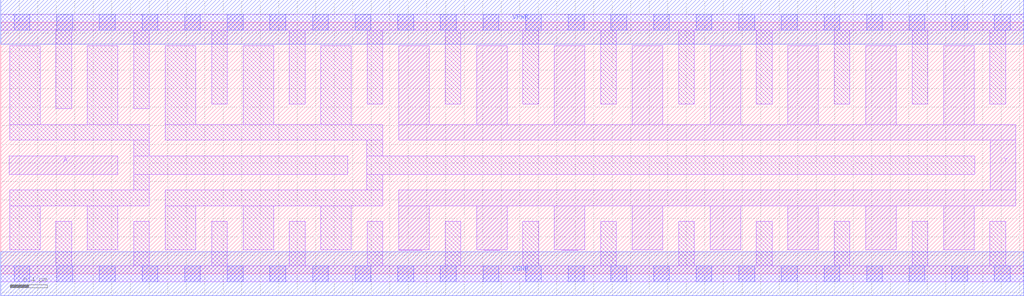
<source format=lef>
# Copyright 2020 The SkyWater PDK Authors
#
# Licensed under the Apache License, Version 2.0 (the "License");
# you may not use this file except in compliance with the License.
# You may obtain a copy of the License at
#
#     https://www.apache.org/licenses/LICENSE-2.0
#
# Unless required by applicable law or agreed to in writing, software
# distributed under the License is distributed on an "AS IS" BASIS,
# WITHOUT WARRANTIES OR CONDITIONS OF ANY KIND, either express or implied.
# See the License for the specific language governing permissions and
# limitations under the License.
#
# SPDX-License-Identifier: Apache-2.0

VERSION 5.7 ;
  NAMESCASESENSITIVE ON ;
  NOWIREEXTENSIONATPIN ON ;
  DIVIDERCHAR "/" ;
  BUSBITCHARS "[]" ;
UNITS
  DATABASE MICRONS 200 ;
END UNITS
MACRO sky130_fd_sc_hd__bufinv_16
  CLASS CORE ;
  SOURCE USER ;
  FOREIGN sky130_fd_sc_hd__bufinv_16 ;
  ORIGIN  0.000000  0.000000 ;
  SIZE  11.04000 BY  2.720000 ;
  SYMMETRY X Y R90 ;
  SITE unithd ;
  PIN A
    ANTENNAGATEAREA  0.742500 ;
    DIRECTION INPUT ;
    USE SIGNAL ;
    PORT
      LAYER li1 ;
        RECT 0.090000 1.075000 1.265000 1.275000 ;
    END
  END A
  PIN Y
    ANTENNADIFFAREA  3.564000 ;
    DIRECTION OUTPUT ;
    USE SIGNAL ;
    PORT
      LAYER li1 ;
        RECT  4.295000 0.255000  4.545000 0.260000 ;
        RECT  4.295000 0.260000  4.625000 0.735000 ;
        RECT  4.295000 0.735000 10.955000 0.905000 ;
        RECT  4.295000 1.445000 10.955000 1.615000 ;
        RECT  4.295000 1.615000  4.625000 2.465000 ;
        RECT  5.135000 0.260000  5.465000 0.735000 ;
        RECT  5.135000 1.615000  5.465000 2.465000 ;
        RECT  5.215000 0.255000  5.385000 0.260000 ;
        RECT  5.975000 0.260000  6.305000 0.735000 ;
        RECT  5.975000 1.615000  6.305000 2.465000 ;
        RECT  6.055000 0.255000  6.225000 0.260000 ;
        RECT  6.815000 0.260000  7.145000 0.735000 ;
        RECT  6.815000 1.615000  7.145000 2.465000 ;
        RECT  7.655000 0.260000  7.985000 0.735000 ;
        RECT  7.655000 1.615000  7.985000 2.465000 ;
        RECT  8.495000 0.260000  8.825000 0.735000 ;
        RECT  8.495000 1.615000  8.825000 2.465000 ;
        RECT  9.335000 0.260000  9.665000 0.735000 ;
        RECT  9.335000 1.615000  9.665000 2.465000 ;
        RECT 10.175000 0.260000 10.505000 0.735000 ;
        RECT 10.175000 1.615000 10.505000 2.465000 ;
        RECT 10.680000 0.905000 10.955000 1.445000 ;
    END
  END Y
  PIN VGND
    DIRECTION INOUT ;
    SHAPE ABUTMENT ;
    USE GROUND ;
    PORT
      LAYER met1 ;
        RECT 0.000000 -0.240000 11.040000 0.240000 ;
    END
  END VGND
  PIN VPWR
    DIRECTION INOUT ;
    SHAPE ABUTMENT ;
    USE POWER ;
    PORT
      LAYER met1 ;
        RECT 0.000000 2.480000 11.040000 2.960000 ;
    END
  END VPWR
  OBS
    LAYER li1 ;
      RECT  0.000000 -0.085000 11.040000 0.085000 ;
      RECT  0.000000  2.635000 11.040000 2.805000 ;
      RECT  0.095000  0.260000  0.425000 0.735000 ;
      RECT  0.095000  0.735000  1.605000 0.905000 ;
      RECT  0.095000  1.445000  1.605000 1.615000 ;
      RECT  0.095000  1.615000  0.425000 2.465000 ;
      RECT  0.595000  0.085000  0.765000 0.565000 ;
      RECT  0.595000  1.785000  0.765000 2.635000 ;
      RECT  0.935000  0.260000  1.265000 0.735000 ;
      RECT  0.935000  1.615000  1.265000 2.465000 ;
      RECT  1.435000  0.085000  1.605000 0.565000 ;
      RECT  1.435000  0.905000  1.605000 1.075000 ;
      RECT  1.435000  1.075000  3.745000 1.275000 ;
      RECT  1.435000  1.275000  1.605000 1.445000 ;
      RECT  1.435000  1.785000  1.605000 2.635000 ;
      RECT  1.775000  0.260000  2.105000 0.735000 ;
      RECT  1.775000  0.735000  4.125000 0.905000 ;
      RECT  1.775000  1.445000  4.125000 1.615000 ;
      RECT  1.775000  1.615000  2.105000 2.465000 ;
      RECT  2.275000  0.085000  2.445000 0.565000 ;
      RECT  2.275000  1.835000  2.445000 2.635000 ;
      RECT  2.615000  0.260000  2.945000 0.735000 ;
      RECT  2.615000  1.615000  2.945000 2.465000 ;
      RECT  3.115000  0.085000  3.285000 0.565000 ;
      RECT  3.115000  1.835000  3.285000 2.635000 ;
      RECT  3.455000  0.260000  3.785000 0.735000 ;
      RECT  3.455000  1.615000  3.785000 2.465000 ;
      RECT  3.950000  0.905000  4.125000 1.075000 ;
      RECT  3.950000  1.075000 10.510000 1.275000 ;
      RECT  3.950000  1.275000  4.125000 1.445000 ;
      RECT  3.955000  0.085000  4.125000 0.565000 ;
      RECT  3.955000  1.835000  4.125000 2.635000 ;
      RECT  4.795000  0.085000  4.965000 0.565000 ;
      RECT  4.795000  1.835000  4.965000 2.635000 ;
      RECT  5.635000  0.085000  5.805000 0.565000 ;
      RECT  5.635000  1.835000  5.805000 2.635000 ;
      RECT  6.475000  0.085000  6.645000 0.565000 ;
      RECT  6.475000  1.835000  6.645000 2.635000 ;
      RECT  7.315000  0.085000  7.485000 0.565000 ;
      RECT  7.315000  1.835000  7.485000 2.635000 ;
      RECT  8.155000  0.085000  8.325000 0.565000 ;
      RECT  8.155000  1.835000  8.325000 2.635000 ;
      RECT  8.995000  0.085000  9.165000 0.565000 ;
      RECT  8.995000  1.835000  9.165000 2.635000 ;
      RECT  9.835000  0.085000 10.005000 0.565000 ;
      RECT  9.835000  1.835000 10.005000 2.635000 ;
      RECT 10.675000  0.085000 10.845000 0.565000 ;
      RECT 10.675000  1.835000 10.845000 2.635000 ;
    LAYER mcon ;
      RECT  0.145000 -0.085000  0.315000 0.085000 ;
      RECT  0.145000  2.635000  0.315000 2.805000 ;
      RECT  0.605000 -0.085000  0.775000 0.085000 ;
      RECT  0.605000  2.635000  0.775000 2.805000 ;
      RECT  1.065000 -0.085000  1.235000 0.085000 ;
      RECT  1.065000  2.635000  1.235000 2.805000 ;
      RECT  1.525000 -0.085000  1.695000 0.085000 ;
      RECT  1.525000  2.635000  1.695000 2.805000 ;
      RECT  1.985000 -0.085000  2.155000 0.085000 ;
      RECT  1.985000  2.635000  2.155000 2.805000 ;
      RECT  2.445000 -0.085000  2.615000 0.085000 ;
      RECT  2.445000  2.635000  2.615000 2.805000 ;
      RECT  2.905000 -0.085000  3.075000 0.085000 ;
      RECT  2.905000  2.635000  3.075000 2.805000 ;
      RECT  3.365000 -0.085000  3.535000 0.085000 ;
      RECT  3.365000  2.635000  3.535000 2.805000 ;
      RECT  3.825000 -0.085000  3.995000 0.085000 ;
      RECT  3.825000  2.635000  3.995000 2.805000 ;
      RECT  4.285000 -0.085000  4.455000 0.085000 ;
      RECT  4.285000  2.635000  4.455000 2.805000 ;
      RECT  4.745000 -0.085000  4.915000 0.085000 ;
      RECT  4.745000  2.635000  4.915000 2.805000 ;
      RECT  5.205000 -0.085000  5.375000 0.085000 ;
      RECT  5.205000  2.635000  5.375000 2.805000 ;
      RECT  5.665000 -0.085000  5.835000 0.085000 ;
      RECT  5.665000  2.635000  5.835000 2.805000 ;
      RECT  6.125000 -0.085000  6.295000 0.085000 ;
      RECT  6.125000  2.635000  6.295000 2.805000 ;
      RECT  6.585000 -0.085000  6.755000 0.085000 ;
      RECT  6.585000  2.635000  6.755000 2.805000 ;
      RECT  7.045000 -0.085000  7.215000 0.085000 ;
      RECT  7.045000  2.635000  7.215000 2.805000 ;
      RECT  7.505000 -0.085000  7.675000 0.085000 ;
      RECT  7.505000  2.635000  7.675000 2.805000 ;
      RECT  7.965000 -0.085000  8.135000 0.085000 ;
      RECT  7.965000  2.635000  8.135000 2.805000 ;
      RECT  8.425000 -0.085000  8.595000 0.085000 ;
      RECT  8.425000  2.635000  8.595000 2.805000 ;
      RECT  8.885000 -0.085000  9.055000 0.085000 ;
      RECT  8.885000  2.635000  9.055000 2.805000 ;
      RECT  9.345000 -0.085000  9.515000 0.085000 ;
      RECT  9.345000  2.635000  9.515000 2.805000 ;
      RECT  9.805000 -0.085000  9.975000 0.085000 ;
      RECT  9.805000  2.635000  9.975000 2.805000 ;
      RECT 10.265000 -0.085000 10.435000 0.085000 ;
      RECT 10.265000  2.635000 10.435000 2.805000 ;
      RECT 10.725000 -0.085000 10.895000 0.085000 ;
      RECT 10.725000  2.635000 10.895000 2.805000 ;
  END
END sky130_fd_sc_hd__bufinv_16
END LIBRARY

</source>
